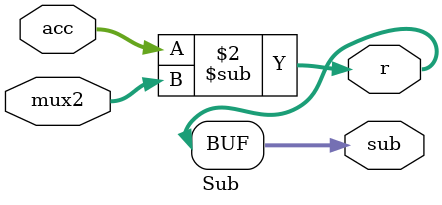
<source format=v>
module Sub(
  input signed [32:0] acc,
  input signed [32:0] mux2,
  output reg signed [32:0] sub,
  output reg signed [32:0] r
);

always @ (acc or mux2)
begin
  sub = acc - mux2;
  r = sub;
end
endmodule
</source>
